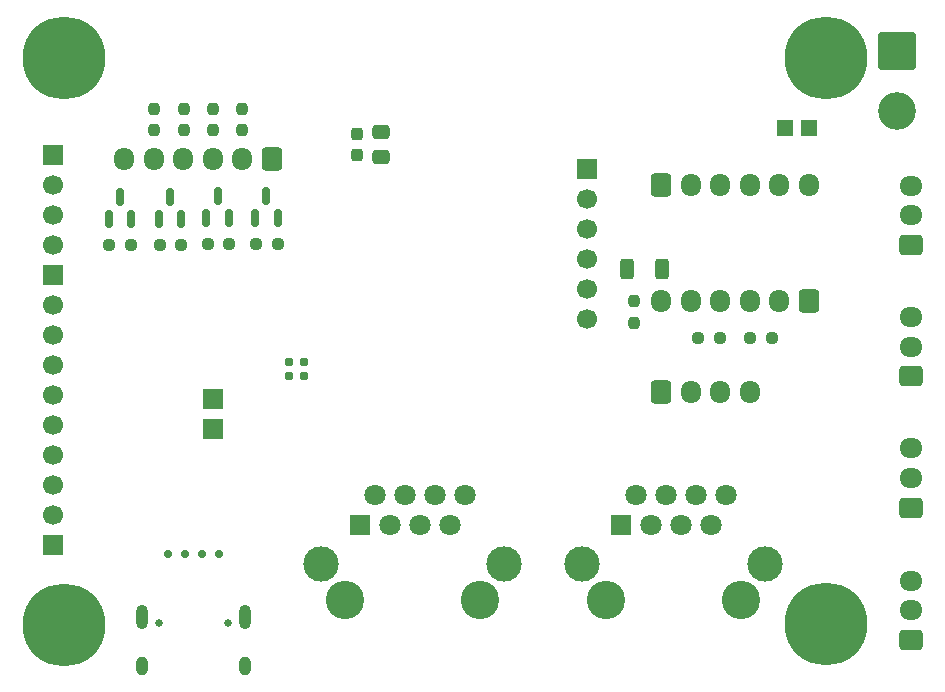
<source format=gbr>
%TF.GenerationSoftware,KiCad,Pcbnew,9.0.5*%
%TF.CreationDate,2026-01-03T21:21:06+05:30*%
%TF.ProjectId,Dietarium,44696574-6172-4697-956d-2e6b69636164,rev?*%
%TF.SameCoordinates,Original*%
%TF.FileFunction,Soldermask,Bot*%
%TF.FilePolarity,Negative*%
%FSLAX46Y46*%
G04 Gerber Fmt 4.6, Leading zero omitted, Abs format (unit mm)*
G04 Created by KiCad (PCBNEW 9.0.5) date 2026-01-03 21:21:06*
%MOMM*%
%LPD*%
G01*
G04 APERTURE LIST*
G04 Aperture macros list*
%AMRoundRect*
0 Rectangle with rounded corners*
0 $1 Rounding radius*
0 $2 $3 $4 $5 $6 $7 $8 $9 X,Y pos of 4 corners*
0 Add a 4 corners polygon primitive as box body*
4,1,4,$2,$3,$4,$5,$6,$7,$8,$9,$2,$3,0*
0 Add four circle primitives for the rounded corners*
1,1,$1+$1,$2,$3*
1,1,$1+$1,$4,$5*
1,1,$1+$1,$6,$7*
1,1,$1+$1,$8,$9*
0 Add four rect primitives between the rounded corners*
20,1,$1+$1,$2,$3,$4,$5,0*
20,1,$1+$1,$4,$5,$6,$7,0*
20,1,$1+$1,$6,$7,$8,$9,0*
20,1,$1+$1,$8,$9,$2,$3,0*%
G04 Aperture macros list end*
%ADD10RoundRect,0.266667X1.333333X-1.333333X1.333333X1.333333X-1.333333X1.333333X-1.333333X-1.333333X0*%
%ADD11O,3.200000X3.200000*%
%ADD12RoundRect,0.250000X0.600000X0.725000X-0.600000X0.725000X-0.600000X-0.725000X0.600000X-0.725000X0*%
%ADD13O,1.700000X1.950000*%
%ADD14RoundRect,0.250000X0.725000X-0.600000X0.725000X0.600000X-0.725000X0.600000X-0.725000X-0.600000X0*%
%ADD15O,1.950000X1.700000*%
%ADD16C,3.900000*%
%ADD17C,7.000000*%
%ADD18R,1.700000X1.700000*%
%ADD19C,0.650000*%
%ADD20O,1.000000X2.100000*%
%ADD21O,1.000000X1.600000*%
%ADD22C,3.250000*%
%ADD23R,1.800000X1.800000*%
%ADD24C,1.800000*%
%ADD25C,3.000000*%
%ADD26RoundRect,0.250000X-0.600000X-0.725000X0.600000X-0.725000X0.600000X0.725000X-0.600000X0.725000X0*%
%ADD27C,1.700000*%
%ADD28R,1.350000X1.350000*%
%ADD29RoundRect,0.237500X-0.237500X0.250000X-0.237500X-0.250000X0.237500X-0.250000X0.237500X0.250000X0*%
%ADD30RoundRect,0.250000X-0.475000X0.337500X-0.475000X-0.337500X0.475000X-0.337500X0.475000X0.337500X0*%
%ADD31RoundRect,0.150000X0.150000X-0.587500X0.150000X0.587500X-0.150000X0.587500X-0.150000X-0.587500X0*%
%ADD32RoundRect,0.150000X-0.150000X-0.200000X0.150000X-0.200000X0.150000X0.200000X-0.150000X0.200000X0*%
%ADD33RoundRect,0.237500X-0.237500X0.300000X-0.237500X-0.300000X0.237500X-0.300000X0.237500X0.300000X0*%
%ADD34RoundRect,0.237500X0.250000X0.237500X-0.250000X0.237500X-0.250000X-0.237500X0.250000X-0.237500X0*%
%ADD35RoundRect,0.150000X0.150000X0.200000X-0.150000X0.200000X-0.150000X-0.200000X0.150000X-0.200000X0*%
%ADD36RoundRect,0.237500X0.237500X-0.250000X0.237500X0.250000X-0.237500X0.250000X-0.237500X-0.250000X0*%
%ADD37RoundRect,0.160000X-0.160000X0.197500X-0.160000X-0.197500X0.160000X-0.197500X0.160000X0.197500X0*%
%ADD38RoundRect,0.160000X0.160000X-0.197500X0.160000X0.197500X-0.160000X0.197500X-0.160000X-0.197500X0*%
%ADD39RoundRect,0.237500X-0.250000X-0.237500X0.250000X-0.237500X0.250000X0.237500X-0.250000X0.237500X0*%
%ADD40RoundRect,0.250000X0.312500X0.625000X-0.312500X0.625000X-0.312500X-0.625000X0.312500X-0.625000X0*%
G04 APERTURE END LIST*
D10*
%TO.C,J11*%
X125498550Y-54425455D03*
D11*
X125498550Y-59505455D03*
%TD*%
D12*
%TO.C,J5*%
X72597051Y-63545343D03*
D13*
X70097051Y-63545343D03*
X67597051Y-63545343D03*
X65097051Y-63545343D03*
X62597051Y-63545343D03*
X60097051Y-63545343D03*
%TD*%
D14*
%TO.C,J7*%
X126745255Y-104293247D03*
D15*
X126745255Y-101793247D03*
X126745255Y-99293247D03*
%TD*%
D16*
%TO.C,H4*%
X119516498Y-55014173D03*
D17*
X119516498Y-55014173D03*
%TD*%
D18*
%TO.C,JP2*%
X67647243Y-86455973D03*
X67647243Y-83915973D03*
%TD*%
D16*
%TO.C,H1*%
X55014297Y-103024875D03*
D17*
X55014297Y-103024875D03*
%TD*%
D14*
%TO.C,J10*%
X126738330Y-70842464D03*
D15*
X126738330Y-68342464D03*
X126738330Y-65842464D03*
%TD*%
D19*
%TO.C,J1*%
X63074425Y-102864589D03*
X68854425Y-102864589D03*
D20*
X61644425Y-102334589D03*
D21*
X61644425Y-106514589D03*
D20*
X70284425Y-102334589D03*
D21*
X70284425Y-106514589D03*
%TD*%
D22*
%TO.C,J13*%
X100867550Y-100904837D03*
X112297550Y-100904837D03*
D23*
X102137550Y-94554837D03*
D24*
X103407550Y-92014837D03*
X104677550Y-94554837D03*
X105947550Y-92014837D03*
X107217550Y-94554837D03*
X108487550Y-92014837D03*
X109757550Y-94554837D03*
X111027550Y-92014837D03*
D25*
X98837550Y-97854837D03*
X114327550Y-97854837D03*
%TD*%
D26*
%TO.C,J2*%
X105578338Y-83289838D03*
D13*
X108078338Y-83289838D03*
X110578338Y-83289838D03*
X113078338Y-83289838D03*
%TD*%
D16*
%TO.C,H3*%
X119500770Y-102991232D03*
D17*
X119500770Y-102991232D03*
%TD*%
D14*
%TO.C,J9*%
X126746547Y-81981121D03*
D15*
X126746547Y-79481121D03*
X126746547Y-76981121D03*
%TD*%
D22*
%TO.C,J14*%
X78812138Y-100903198D03*
X90242138Y-100903198D03*
D23*
X80082138Y-94553198D03*
D24*
X81352138Y-92013198D03*
X82622138Y-94553198D03*
X83892138Y-92013198D03*
X85162138Y-94553198D03*
X86432138Y-92013198D03*
X87702138Y-94553198D03*
X88972138Y-92013198D03*
D25*
X76782138Y-97853198D03*
X92272138Y-97853198D03*
%TD*%
D18*
%TO.C,J12*%
X54086454Y-63259590D03*
D27*
X54086454Y-65799590D03*
X54086454Y-68339590D03*
X54086454Y-70879590D03*
D18*
X54086454Y-73419590D03*
D27*
X54086454Y-75959590D03*
X54086454Y-78499590D03*
X54086454Y-81039590D03*
X54086454Y-83579590D03*
X54086454Y-86119590D03*
X54086454Y-88659590D03*
X54086454Y-91199590D03*
X54086454Y-93739590D03*
D18*
X54086454Y-96279590D03*
%TD*%
D26*
%TO.C,J4*%
X105550000Y-65800000D03*
D13*
X108050000Y-65800000D03*
X110550000Y-65800000D03*
X113050000Y-65800000D03*
X115550000Y-65800000D03*
X118050000Y-65800000D03*
%TD*%
D12*
%TO.C,J6*%
X118072004Y-75596282D03*
D13*
X115572004Y-75596282D03*
X113072004Y-75596282D03*
X110572004Y-75596282D03*
X108072004Y-75596282D03*
X105572004Y-75596282D03*
%TD*%
D16*
%TO.C,H2*%
X54988635Y-54993799D03*
D17*
X54988635Y-54993799D03*
%TD*%
D18*
%TO.C,J3*%
X99280373Y-64401618D03*
D27*
X99280373Y-66941618D03*
X99280373Y-69481618D03*
X99280373Y-72021618D03*
X99280373Y-74561618D03*
X99280373Y-77101618D03*
%TD*%
D15*
%TO.C,J8*%
X126732392Y-88091320D03*
X126732392Y-90591320D03*
D14*
X126732392Y-93091320D03*
%TD*%
D28*
%TO.C,JP1*%
X116035408Y-60981673D03*
X118035408Y-60981673D03*
%TD*%
D29*
%TO.C,R13*%
X70113181Y-59328120D03*
X70113181Y-61153120D03*
%TD*%
D30*
%TO.C,C8*%
X81848922Y-61307092D03*
X81848922Y-63382092D03*
%TD*%
D31*
%TO.C,Q2*%
X68965031Y-68605233D03*
X67065031Y-68605233D03*
X68015031Y-66730233D03*
%TD*%
D32*
%TO.C,D4*%
X68123282Y-96995370D03*
X66723282Y-96995370D03*
%TD*%
D29*
%TO.C,R15*%
X67619611Y-59329451D03*
X67619611Y-61154451D03*
%TD*%
D33*
%TO.C,C7*%
X79801535Y-61486148D03*
X79801535Y-63211148D03*
%TD*%
D31*
%TO.C,Q3*%
X64916366Y-68653391D03*
X63016366Y-68653391D03*
X63966366Y-66778391D03*
%TD*%
%TO.C,Q4*%
X60670000Y-68677065D03*
X58770000Y-68677065D03*
X59720000Y-66802065D03*
%TD*%
D34*
%TO.C,R12*%
X73100723Y-70822296D03*
X71275723Y-70822296D03*
%TD*%
D29*
%TO.C,R17*%
X65122433Y-59307904D03*
X65122433Y-61132904D03*
%TD*%
D35*
%TO.C,D3*%
X63846447Y-96995370D03*
X65246447Y-96995370D03*
%TD*%
D36*
%TO.C,R5*%
X103250000Y-77462500D03*
X103250000Y-75637500D03*
%TD*%
D37*
%TO.C,R3*%
X75345395Y-80749775D03*
X75345395Y-81944775D03*
%TD*%
D29*
%TO.C,R19*%
X62588558Y-59329451D03*
X62588558Y-61154451D03*
%TD*%
D34*
%TO.C,R16*%
X64922032Y-70845405D03*
X63097032Y-70845405D03*
%TD*%
D38*
%TO.C,R4*%
X74047458Y-81943420D03*
X74047458Y-80748420D03*
%TD*%
D39*
%TO.C,R11*%
X108687500Y-78700000D03*
X110512500Y-78700000D03*
%TD*%
D40*
%TO.C,R6*%
X105596071Y-72897718D03*
X102671071Y-72897718D03*
%TD*%
D34*
%TO.C,R18*%
X60667564Y-70843916D03*
X58842564Y-70843916D03*
%TD*%
%TO.C,R14*%
X68987098Y-70822296D03*
X67162098Y-70822296D03*
%TD*%
D31*
%TO.C,Q1*%
X73080941Y-68562245D03*
X71180941Y-68562245D03*
X72130941Y-66687245D03*
%TD*%
D34*
%TO.C,R10*%
X114912500Y-78700000D03*
X113087500Y-78700000D03*
%TD*%
M02*

</source>
